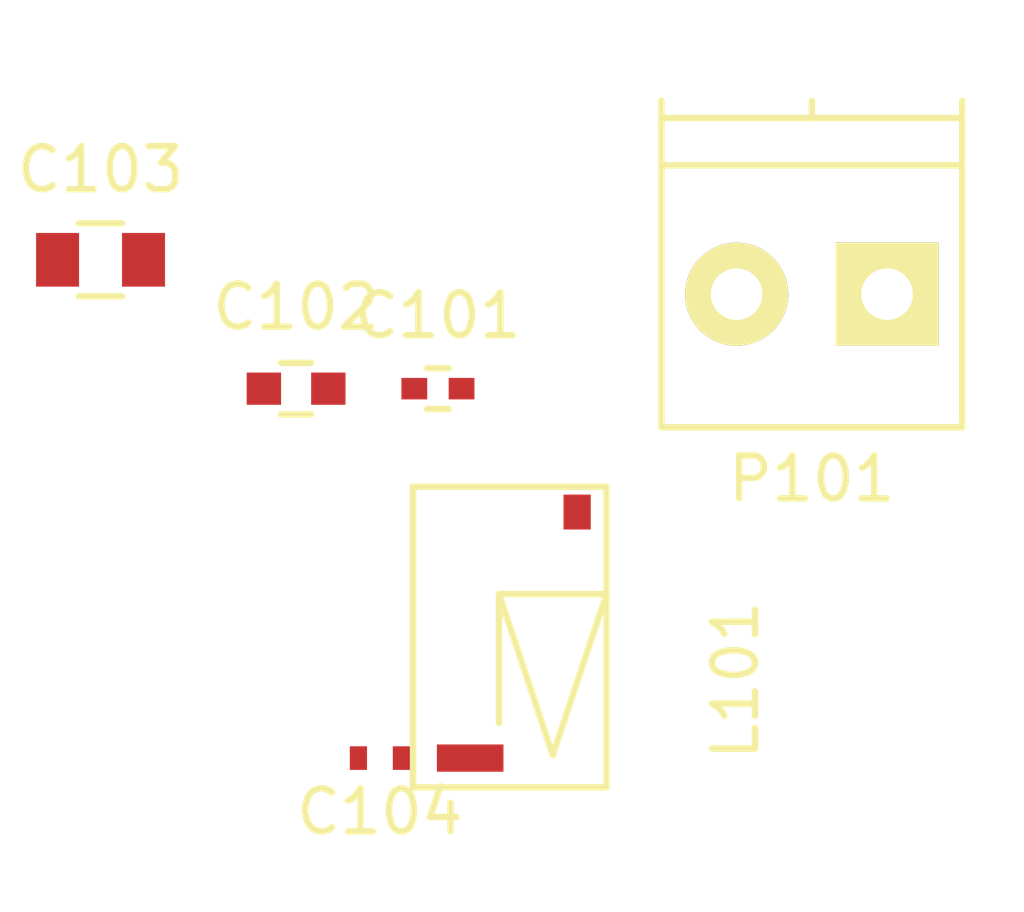
<source format=kicad_pcb>
(kicad_pcb (version 4) (host pcbnew 4.0.2-stable)

  (general
    (links 8)
    (no_connects 3)
    (area 0 0 0 0)
    (thickness 1.6)
    (drawings 0)
    (tracks 0)
    (zones 0)
    (modules 6)
    (nets 4)
  )

  (page A4)
  (layers
    (0 F.Cu signal)
    (31 B.Cu signal)
    (32 B.Adhes user)
    (33 F.Adhes user)
    (34 B.Paste user)
    (35 F.Paste user)
    (36 B.SilkS user)
    (37 F.SilkS user)
    (38 B.Mask user)
    (39 F.Mask user)
    (40 Dwgs.User user)
    (41 Cmts.User user)
    (42 Eco1.User user)
    (43 Eco2.User user)
    (44 Edge.Cuts user)
    (45 Margin user)
    (46 B.CrtYd user)
    (47 F.CrtYd user)
    (48 B.Fab user)
    (49 F.Fab user)
  )

  (setup
    (last_trace_width 0.25)
    (trace_clearance 0.2)
    (zone_clearance 0.508)
    (zone_45_only no)
    (trace_min 0.2)
    (segment_width 0.2)
    (edge_width 0.15)
    (via_size 0.6)
    (via_drill 0.4)
    (via_min_size 0.4)
    (via_min_drill 0.3)
    (uvia_size 0.3)
    (uvia_drill 0.1)
    (uvias_allowed no)
    (uvia_min_size 0.2)
    (uvia_min_drill 0.1)
    (pcb_text_width 0.3)
    (pcb_text_size 1.5 1.5)
    (mod_edge_width 0.15)
    (mod_text_size 1 1)
    (mod_text_width 0.15)
    (pad_size 1.524 1.524)
    (pad_drill 0.762)
    (pad_to_mask_clearance 0.2)
    (aux_axis_origin 0 0)
    (visible_elements FFFFFF7F)
    (pcbplotparams
      (layerselection 0x00030_80000001)
      (usegerberextensions false)
      (excludeedgelayer true)
      (linewidth 0.100000)
      (plotframeref false)
      (viasonmask false)
      (mode 1)
      (useauxorigin false)
      (hpglpennumber 1)
      (hpglpenspeed 20)
      (hpglpendiameter 15)
      (hpglpenoverlay 2)
      (psnegative false)
      (psa4output false)
      (plotreference true)
      (plotvalue true)
      (plotinvisibletext false)
      (padsonsilk false)
      (subtractmaskfromsilk false)
      (outputformat 1)
      (mirror false)
      (drillshape 1)
      (scaleselection 1)
      (outputdirectory ""))
  )

  (net 0 "")
  (net 1 "Net-(C101-Pad1)")
  (net 2 GND)
  (net 3 "Net-(C104-Pad2)")

  (net_class Default "This is the default net class."
    (clearance 0.2)
    (trace_width 0.25)
    (via_dia 0.6)
    (via_drill 0.4)
    (uvia_dia 0.3)
    (uvia_drill 0.1)
    (add_net GND)
    (add_net "Net-(C101-Pad1)")
    (add_net "Net-(C104-Pad2)")
  )

  (module Capacitors_SMD:C_0402 (layer F.Cu) (tedit 5415D599) (tstamp 57611081)
    (at 142.85 96.6)
    (descr "Capacitor SMD 0402, reflow soldering, AVX (see smccp.pdf)")
    (tags "capacitor 0402")
    (path /57614C2B)
    (attr smd)
    (fp_text reference C101 (at 0 -1.7) (layer F.SilkS)
      (effects (font (size 1 1) (thickness 0.15)))
    )
    (fp_text value "100 pF" (at 0 1.7) (layer F.Fab)
      (effects (font (size 1 1) (thickness 0.15)))
    )
    (fp_line (start -1.15 -0.6) (end 1.15 -0.6) (layer F.CrtYd) (width 0.05))
    (fp_line (start -1.15 0.6) (end 1.15 0.6) (layer F.CrtYd) (width 0.05))
    (fp_line (start -1.15 -0.6) (end -1.15 0.6) (layer F.CrtYd) (width 0.05))
    (fp_line (start 1.15 -0.6) (end 1.15 0.6) (layer F.CrtYd) (width 0.05))
    (fp_line (start 0.25 -0.475) (end -0.25 -0.475) (layer F.SilkS) (width 0.15))
    (fp_line (start -0.25 0.475) (end 0.25 0.475) (layer F.SilkS) (width 0.15))
    (pad 1 smd rect (at -0.55 0) (size 0.6 0.5) (layers F.Cu F.Paste F.Mask)
      (net 1 "Net-(C101-Pad1)"))
    (pad 2 smd rect (at 0.55 0) (size 0.6 0.5) (layers F.Cu F.Paste F.Mask)
      (net 2 GND))
    (model Capacitors_SMD.3dshapes/C_0402.wrl
      (at (xyz 0 0 0))
      (scale (xyz 1 1 1))
      (rotate (xyz 0 0 0))
    )
  )

  (module Capacitors_SMD:C_0603 (layer F.Cu) (tedit 5415D631) (tstamp 57611087)
    (at 139.55 96.6)
    (descr "Capacitor SMD 0603, reflow soldering, AVX (see smccp.pdf)")
    (tags "capacitor 0603")
    (path /5761480E)
    (attr smd)
    (fp_text reference C102 (at 0 -1.9) (layer F.SilkS)
      (effects (font (size 1 1) (thickness 0.15)))
    )
    (fp_text value "100 nF" (at 0 1.9) (layer F.Fab)
      (effects (font (size 1 1) (thickness 0.15)))
    )
    (fp_line (start -1.45 -0.75) (end 1.45 -0.75) (layer F.CrtYd) (width 0.05))
    (fp_line (start -1.45 0.75) (end 1.45 0.75) (layer F.CrtYd) (width 0.05))
    (fp_line (start -1.45 -0.75) (end -1.45 0.75) (layer F.CrtYd) (width 0.05))
    (fp_line (start 1.45 -0.75) (end 1.45 0.75) (layer F.CrtYd) (width 0.05))
    (fp_line (start -0.35 -0.6) (end 0.35 -0.6) (layer F.SilkS) (width 0.15))
    (fp_line (start 0.35 0.6) (end -0.35 0.6) (layer F.SilkS) (width 0.15))
    (pad 1 smd rect (at -0.75 0) (size 0.8 0.75) (layers F.Cu F.Paste F.Mask)
      (net 1 "Net-(C101-Pad1)"))
    (pad 2 smd rect (at 0.75 0) (size 0.8 0.75) (layers F.Cu F.Paste F.Mask)
      (net 2 GND))
    (model Capacitors_SMD.3dshapes/C_0603.wrl
      (at (xyz 0 0 0))
      (scale (xyz 1 1 1))
      (rotate (xyz 0 0 0))
    )
  )

  (module Capacitors_SMD:C_0805 (layer F.Cu) (tedit 5415D6EA) (tstamp 5761108D)
    (at 135 93.6)
    (descr "Capacitor SMD 0805, reflow soldering, AVX (see smccp.pdf)")
    (tags "capacitor 0805")
    (path /5761485B)
    (attr smd)
    (fp_text reference C103 (at 0 -2.1) (layer F.SilkS)
      (effects (font (size 1 1) (thickness 0.15)))
    )
    (fp_text value "10 uF" (at 0 2.1) (layer F.Fab)
      (effects (font (size 1 1) (thickness 0.15)))
    )
    (fp_line (start -1.8 -1) (end 1.8 -1) (layer F.CrtYd) (width 0.05))
    (fp_line (start -1.8 1) (end 1.8 1) (layer F.CrtYd) (width 0.05))
    (fp_line (start -1.8 -1) (end -1.8 1) (layer F.CrtYd) (width 0.05))
    (fp_line (start 1.8 -1) (end 1.8 1) (layer F.CrtYd) (width 0.05))
    (fp_line (start 0.5 -0.85) (end -0.5 -0.85) (layer F.SilkS) (width 0.15))
    (fp_line (start -0.5 0.85) (end 0.5 0.85) (layer F.SilkS) (width 0.15))
    (pad 1 smd rect (at -1 0) (size 1 1.25) (layers F.Cu F.Paste F.Mask)
      (net 1 "Net-(C101-Pad1)"))
    (pad 2 smd rect (at 1 0) (size 1 1.25) (layers F.Cu F.Paste F.Mask)
      (net 2 GND))
    (model Capacitors_SMD.3dshapes/C_0805.wrl
      (at (xyz 0 0 0))
      (scale (xyz 1 1 1))
      (rotate (xyz 0 0 0))
    )
  )

  (module vna_footprints:ATC550L (layer F.Cu) (tedit 57610E95) (tstamp 57611093)
    (at 141.5 105.2)
    (path /576146B2)
    (fp_text reference C104 (at 0 1.25) (layer F.SilkS)
      (effects (font (size 1 1) (thickness 0.15)))
    )
    (fp_text value "100 nF" (at 0 2.75) (layer F.Fab)
      (effects (font (size 1 1) (thickness 0.15)))
    )
    (pad 1 smd rect (at -0.5 0) (size 0.4 0.55) (layers F.Cu F.Paste F.Mask))
    (pad 2 smd rect (at 0.5 0) (size 0.4 0.55) (layers F.Cu F.Paste F.Mask)
      (net 3 "Net-(C104-Pad2)"))
  )

  (module vna_footprints:ATC506WLS (layer F.Cu) (tedit 57610B6E) (tstamp 57611099)
    (at 145.7715 104.8825)
    (path /576146F4)
    (fp_text reference L101 (at 4 -1.5 90) (layer F.SilkS)
      (effects (font (size 1 1) (thickness 0.15)))
    )
    (fp_text value "6 uH" (at 2.5 -4 90) (layer F.Fab)
      (effects (font (size 1 1) (thickness 0.15)))
    )
    (fp_line (start -0.25 0.25) (end -1.5 -3.5) (layer F.SilkS) (width 0.15))
    (fp_line (start 0 -0.5) (end -0.25 0.25) (layer F.SilkS) (width 0.15))
    (fp_line (start 1 -3.5) (end 0 -0.5) (layer F.SilkS) (width 0.15))
    (fp_line (start -1.5 -3.5) (end 1 -3.5) (layer F.SilkS) (width 0.15))
    (fp_line (start -1.5 -0.5) (end -1.5 -3.5) (layer F.SilkS) (width 0.15))
    (fp_line (start 1 1) (end -3.5 1) (layer F.SilkS) (width 0.15))
    (fp_line (start 1 -6) (end 1 1) (layer F.SilkS) (width 0.15))
    (fp_line (start -3.5 -6) (end 1 -6) (layer F.SilkS) (width 0.15))
    (fp_line (start -3.5 1) (end -3.5 -6) (layer F.SilkS) (width 0.15))
    (pad 1 smd rect (at -2.1715 0.3175) (size 1.549 0.635) (layers F.Cu F.Paste F.Mask)
      (net 3 "Net-(C104-Pad2)"))
    (pad 2 smd rect (at 0.3175 -5.4105) (size 0.635 0.813) (layers F.Cu F.Paste F.Mask)
      (net 1 "Net-(C101-Pad1)"))
  )

  (module Terminal_Blocks:TerminalBlock_Pheonix_PT-3.5mm_2pol (layer F.Cu) (tedit 0) (tstamp 5761109F)
    (at 153.3 94.4 180)
    (descr "2-way 3.5mm pitch terminal block, Phoenix PT series")
    (path /57614AD4)
    (fp_text reference P101 (at 1.75 -4.3 180) (layer F.SilkS)
      (effects (font (size 1 1) (thickness 0.15)))
    )
    (fp_text value CONN_01X02 (at 1.75 6 180) (layer F.Fab)
      (effects (font (size 1 1) (thickness 0.15)))
    )
    (fp_line (start -1.9 -3.3) (end 5.4 -3.3) (layer F.CrtYd) (width 0.05))
    (fp_line (start -1.9 4.7) (end -1.9 -3.3) (layer F.CrtYd) (width 0.05))
    (fp_line (start 5.4 4.7) (end -1.9 4.7) (layer F.CrtYd) (width 0.05))
    (fp_line (start 5.4 -3.3) (end 5.4 4.7) (layer F.CrtYd) (width 0.05))
    (fp_line (start 1.75 4.1) (end 1.75 4.5) (layer F.SilkS) (width 0.15))
    (fp_line (start -1.75 3) (end 5.25 3) (layer F.SilkS) (width 0.15))
    (fp_line (start -1.75 4.1) (end 5.25 4.1) (layer F.SilkS) (width 0.15))
    (fp_line (start -1.75 -3.1) (end -1.75 4.5) (layer F.SilkS) (width 0.15))
    (fp_line (start 5.25 4.5) (end 5.25 -3.1) (layer F.SilkS) (width 0.15))
    (fp_line (start 5.25 -3.1) (end -1.75 -3.1) (layer F.SilkS) (width 0.15))
    (pad 2 thru_hole circle (at 3.5 0 180) (size 2.4 2.4) (drill 1.2) (layers *.Cu *.Mask F.SilkS)
      (net 2 GND))
    (pad 1 thru_hole rect (at 0 0 180) (size 2.4 2.4) (drill 1.2) (layers *.Cu *.Mask F.SilkS)
      (net 1 "Net-(C101-Pad1)"))
    (model Terminal_Blocks.3dshapes/TerminalBlock_Pheonix_PT-3.5mm_2pol.wrl
      (at (xyz 0 0 0))
      (scale (xyz 1 1 1))
      (rotate (xyz 0 0 0))
    )
  )

)

</source>
